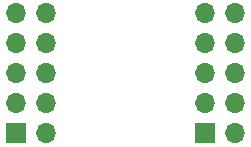
<source format=gbr>
%TF.GenerationSoftware,KiCad,Pcbnew,(5.99.0-2820-g96f4e8f6f)*%
%TF.CreationDate,2020-10-02T17:32:45+02:00*%
%TF.ProjectId,dbg_connect_cable,6462675f-636f-46e6-9e65-63745f636162,rev?*%
%TF.SameCoordinates,Original*%
%TF.FileFunction,Copper,L2,Bot*%
%TF.FilePolarity,Positive*%
%FSLAX46Y46*%
G04 Gerber Fmt 4.6, Leading zero omitted, Abs format (unit mm)*
G04 Created by KiCad (PCBNEW (5.99.0-2820-g96f4e8f6f)) date 2020-10-02 17:32:45*
%MOMM*%
%LPD*%
G01*
G04 APERTURE LIST*
%TA.AperFunction,ComponentPad*%
%ADD10R,1.700000X1.700000*%
%TD*%
%TA.AperFunction,ComponentPad*%
%ADD11O,1.700000X1.700000*%
%TD*%
G04 APERTURE END LIST*
D10*
%TO.P,J2,1,Pin_1*%
%TO.N,/A1*%
X149000000Y-94000000D03*
D11*
%TO.P,J2,2,Pin_2*%
%TO.N,/A2*%
X151540000Y-94000000D03*
%TO.P,J2,3,Pin_3*%
%TO.N,/A3*%
X149000000Y-91460000D03*
%TO.P,J2,4,Pin_4*%
%TO.N,/A4*%
X151540000Y-91460000D03*
%TO.P,J2,5,Pin_5*%
%TO.N,/A5*%
X149000000Y-88920000D03*
%TO.P,J2,6,Pin_6*%
%TO.N,/A6*%
X151540000Y-88920000D03*
%TO.P,J2,7,Pin_7*%
%TO.N,/A7*%
X149000000Y-86380000D03*
%TO.P,J2,8,Pin_8*%
%TO.N,/A8*%
X151540000Y-86380000D03*
%TO.P,J2,9,Pin_9*%
%TO.N,/A9*%
X149000000Y-83840000D03*
%TO.P,J2,10,Pin_10*%
%TO.N,/A10*%
X151540000Y-83840000D03*
%TD*%
D10*
%TO.P,J1,1,Pin_1*%
%TO.N,/B1*%
X133000000Y-94000000D03*
D11*
%TO.P,J1,2,Pin_2*%
%TO.N,/B2*%
X135540000Y-94000000D03*
%TO.P,J1,3,Pin_3*%
%TO.N,/B3*%
X133000000Y-91460000D03*
%TO.P,J1,4,Pin_4*%
%TO.N,/B4*%
X135540000Y-91460000D03*
%TO.P,J1,5,Pin_5*%
%TO.N,/B5*%
X133000000Y-88920000D03*
%TO.P,J1,6,Pin_6*%
%TO.N,/B6*%
X135540000Y-88920000D03*
%TO.P,J1,7,Pin_7*%
%TO.N,/B7*%
X133000000Y-86380000D03*
%TO.P,J1,8,Pin_8*%
%TO.N,/B8*%
X135540000Y-86380000D03*
%TO.P,J1,9,Pin_9*%
%TO.N,/B9*%
X133000000Y-83840000D03*
%TO.P,J1,10,Pin_10*%
%TO.N,/B10*%
X135540000Y-83840000D03*
%TD*%
M02*

</source>
